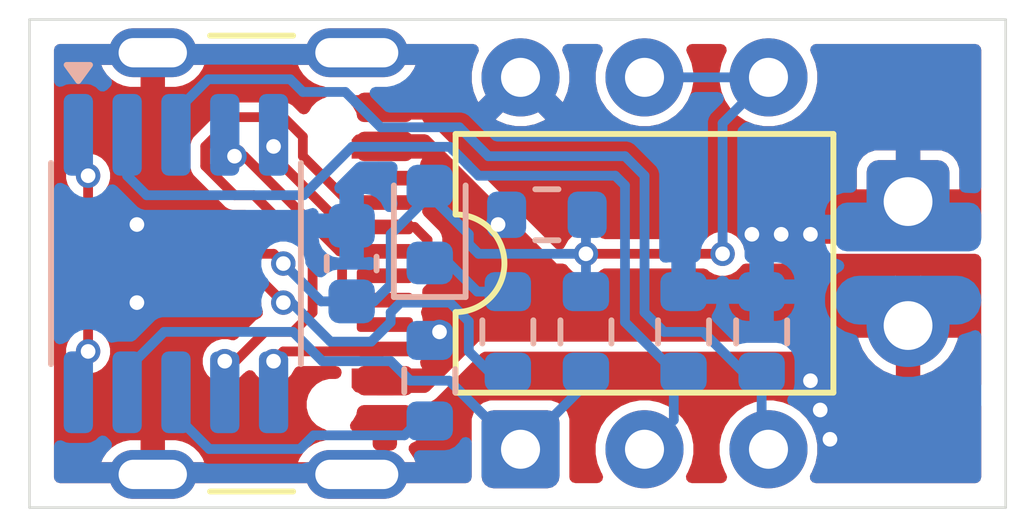
<source format=kicad_pcb>
(kicad_pcb (version 20241229) (generator "pcbnew") (generator_version "9.0")
  (layers (0 "F.Cu" signal) (2 "B.Cu" signal) (13 "F.Paste" user) (15 "B.Paste" user) (5 "F.SilkS" user "F.Silkscreen") (7 "B.SilkS" user "B.Silkscreen") (1 "F.Mask" user) (3 "B.Mask" user) (25 "Edge.Cuts" user))
  (net 0 "")
  (net 1 "GND")
  (net 2 "VDD")
  (net 3 "Net-(D1-K)")
  (net 4 "D+")
  (net 5 "CC1")
  (net 6 "VBUS")
  (net 7 "D-")
  (net 10 "CC2")
  (net 11 "PG")
  (net 12 "Net-(U1-VBUS)")
  (net 13 "CFG1")
  (net 14 "CFG2")
  (net 15 "CFG3")
  (footprint "Connector_USB:USB_C_Receptacle_GCT_USB4105-xx-A_16P_TopMnt_Horizontal" (layer "F.Cu") (at 93.4 100 -90)
    (property "Reference" "J1" (hide yes))
    (property "Value" "USB_C_Receptacle_USB2.0_16P" (hide yes))
    (fp_line (start -4.67 -0.1) (end -4.67 -1.8) (stroke (width 0.12)) (layer "F.SilkS"))
    (fp_line (start 4.67 -0.1) (end 4.67 -1.8) (stroke (width 0.12)) (layer "F.SilkS"))
    (pad "" np_thru_hole circle (at -2.89 -2.605 270) (size 0.65 0.65) (drill 0.65) (layers "*.Cu" "*.Mask"))
    (pad "" np_thru_hole circle (at 2.89 -2.605 270) (size 0.65 0.65) (drill 0.65) (layers "*.Cu" "*.Mask"))
    (pad "A1" smd roundrect (at -3.2 -3.68 270) (size 0.6 1.15) (layers "F.Cu" "F.Mask" "F.Paste") (net 1 "GND"))
    (pad "A4" smd roundrect (at -2.4 -3.68 270) (size 0.6 1.15) (layers "F.Cu" "F.Mask" "F.Paste") (net 6 "VBUS"))
    (pad "A5" smd roundrect (at -1.25 -3.68 270) (size 0.3 1.15) (layers "F.Cu" "F.Mask" "F.Paste") (net 5 "CC1"))
    (pad "A6" smd roundrect (at -0.25 -3.68 270) (size 0.3 1.15) (layers "F.Cu" "F.Mask" "F.Paste") (net 4 "D+"))
    (pad "A7" smd roundrect (at 0.25 -3.68 270) (size 0.3 1.15) (layers "F.Cu" "F.Mask" "F.Paste") (net 7 "D-"))
    (pad "A8" smd roundrect (at 1.25 -3.68 270) (size 0.3 1.15) (layers "F.Cu" "F.Mask" "F.Paste"))
    (pad "A9" smd roundrect (at 2.4 -3.68 270) (size 0.6 1.15) (layers "F.Cu" "F.Mask" "F.Paste") (net 6 "VBUS"))
    (pad "A12" smd roundrect (at 3.2 -3.68 270) (size 0.6 1.15) (layers "F.Cu" "F.Mask" "F.Paste") (net 1 "GND"))
    (pad "B1" smd roundrect (at 3.2 -3.68 270) (size 0.6 1.15) (layers "F.Cu" "F.Mask" "F.Paste") (net 1 "GND"))
    (pad "B4" smd roundrect (at 2.4 -3.68 270) (size 0.6 1.15) (layers "F.Cu" "F.Mask" "F.Paste") (net 6 "VBUS"))
    (pad "B5" smd roundrect (at 1.75 -3.68 270) (size 0.3 1.15) (layers "F.Cu" "F.Mask" "F.Paste") (net 10 "CC2"))
    (pad "B6" smd roundrect (at 0.75 -3.68 270) (size 0.3 1.15) (layers "F.Cu" "F.Mask" "F.Paste") (net 4 "D+"))
    (pad "B7" smd roundrect (at -0.75 -3.68 270) (size 0.3 1.15) (layers "F.Cu" "F.Mask" "F.Paste") (net 7 "D-"))
    (pad "B8" smd roundrect (at -1.75 -3.68 270) (size 0.3 1.15) (layers "F.Cu" "F.Mask" "F.Paste"))
    (pad "B9" smd roundrect (at -2.4 -3.68 270) (size 0.6 1.15) (layers "F.Cu" "F.Mask" "F.Paste") (net 6 "VBUS"))
    (pad "B12" smd roundrect (at -3.2 -3.68 270) (size 0.6 1.15) (layers "F.Cu" "F.Mask" "F.Paste") (net 1 "GND"))
    (pad "S1" thru_hole oval (at -4.32 -3.105 270) (size 1 2.1) (drill oval 0.6 1.7) (property pad_prop_heatsink) (layers "*.Cu" "*.Mask" "F.Paste") (net 1 "GND"))
    (pad "S1" thru_hole oval (at -4.32 1.075 270) (size 1 1.8) (drill oval 0.6 1.4) (property pad_prop_heatsink) (layers "*.Cu" "*.Mask" "F.Paste") (net 1 "GND"))
    (pad "S1" thru_hole oval (at 4.32 -3.105 270) (size 1 2.1) (drill oval 0.6 1.7) (property pad_prop_heatsink) (layers "*.Cu" "*.Mask" "F.Paste") (net 1 "GND"))
    (pad "S1" thru_hole oval (at 4.32 1.075 270) (size 1 1.8) (drill oval 0.6 1.4) (property pad_prop_heatsink) (layers "*.Cu" "*.Mask" "F.Paste") (net 1 "GND"))
  )
  (footprint "Package_DIP:DIP-6_W7.62mm" (layer "F.Cu") (at 99.86 103.805 90)
    (property "Reference" "SW1" (hide yes))
    (property "Value" "SW_DIP_x03" (hide yes))
    (fp_line (start 6.46 -1.33) (end 4.81 -1.33) (stroke (width 0.12)) (layer "F.SilkS"))
    (fp_line (start 2.81 -1.33) (end 1.16 -1.33) (stroke (width 0.12)) (layer "F.SilkS"))
    (fp_line (start 1.16 -1.33) (end 1.16 6.41) (stroke (width 0.12)) (layer "F.SilkS"))
    (fp_line (start 6.46 6.41) (end 6.46 -1.33) (stroke (width 0.12)) (layer "F.SilkS"))
    (fp_line (start 1.16 6.41) (end 6.46 6.41) (stroke (width 0.12)) (layer "F.SilkS"))
    (fp_arc (start 4.81 -1.33) (mid 3.81 -0.33) (end 2.81 -1.33) (stroke (width 0.12)) (layer "F.SilkS"))
    (pad "1" thru_hole roundrect (at 0 0 90) (size 1.6 1.6) (drill 0.8) (layers "*.Cu" "*.Mask") (roundrect_rratio 0.15625) (net 13 "CFG1"))
    (pad "2" thru_hole circle (at 0 2.54 90) (size 1.6 1.6) (drill 0.8) (layers "*.Cu" "*.Mask") (net 14 "CFG2"))
    (pad "3" thru_hole circle (at 0 5.08 90) (size 1.6 1.6) (drill 0.8) (layers "*.Cu" "*.Mask") (net 15 "CFG3"))
    (pad "4" thru_hole circle (at 7.62 5.08 90) (size 1.6 1.6) (drill 0.8) (layers "*.Cu" "*.Mask") (net 2 "VDD"))
    (pad "5" thru_hole circle (at 7.62 2.54 90) (size 1.6 1.6) (drill 0.8) (layers "*.Cu" "*.Mask") (net 2 "VDD"))
    (pad "6" thru_hole circle (at 7.62 0 90) (size 1.6 1.6) (drill 0.8) (layers "*.Cu" "*.Mask") (net 1 "GND"))
  )
  (footprint "Resistor_SMD:R_0603_1608Metric" (layer "B.Cu") (at 99.6 101.4 -90)
    (property "Reference" "R2" (hide yes))
    (property "Value" "10k" (hide yes))
    (fp_line (start -0.237258 0.5225) (end 0.237258 0.5225) (stroke (width 0.12)) (layer "B.SilkS"))
    (fp_line (start -0.237258 -0.5225) (end 0.237258 -0.5225) (stroke (width 0.12)) (layer "B.SilkS"))
    (pad "1" smd roundrect (at -0.825 0 270) (size 0.8 0.95) (layers "B.Cu" "B.Mask" "B.Paste") (net 3 "Net-(D1-K)"))
    (pad "2" smd roundrect (at 0.825 0 270) (size 0.8 0.95) (layers "B.Cu" "B.Mask" "B.Paste") (net 11 "PG"))
  )
  (footprint "Library:SolderPad_2P" (layer "B.Cu") (at 107.8 100 180)
    (property "Reference" "J2" (hide yes))
    (property "Value" "Conn_01x02_Pin" (hide yes))
    (pad "1" smd roundrect (at 0 0.75 180) (size 3 1) (layers "B.Cu" "B.Mask" "B.Paste") (net 1 "GND"))
    (pad "1" thru_hole roundrect (at 0 1.27 180) (size 1.7 1.7) (drill 1) (layers "*.Cu" "*.Mask") (roundrect_rratio 0.1470588235) (net 1 "GND"))
    (pad "2" thru_hole circle (at 0 -1.27 180) (size 1.7 1.7) (drill 1) (layers "*.Cu" "*.Mask") (net 6 "VBUS"))
    (pad "2" smd roundrect (at 0 -0.75 180) (size 3 1) (layers "B.Cu" "B.Mask" "B.Paste") (roundrect_rratio 0.5) (net 6 "VBUS"))
  )
  (footprint "Resistor_SMD:R_0603_1608Metric" (layer "B.Cu") (at 98 102.4 -90)
    (property "Reference" "R1" (hide yes))
    (property "Value" "10k" (hide yes))
    (fp_line (start -0.237258 0.5225) (end 0.237258 0.5225) (stroke (width 0.12)) (layer "B.SilkS"))
    (fp_line (start -0.237258 -0.5225) (end 0.237258 -0.5225) (stroke (width 0.12)) (layer "B.SilkS"))
    (pad "1" smd roundrect (at -0.825 0 270) (size 0.8 0.95) (layers "B.Cu" "B.Mask" "B.Paste") (net 6 "VBUS"))
    (pad "2" smd roundrect (at 0.825 0 270) (size 0.8 0.95) (layers "B.Cu" "B.Mask" "B.Paste") (net 12 "Net-(U1-VBUS)"))
  )
  (footprint "Capacitor_SMD:C_0603_1608Metric" (layer "B.Cu") (at 96.4 100 90)
    (property "Reference" "C1" (hide yes))
    (property "Value" "1u" (hide yes))
    (fp_line (start -0.140581 -0.51) (end 0.140581 -0.51) (stroke (width 0.12)) (layer "B.SilkS"))
    (fp_line (start -0.140581 0.51) (end 0.140581 0.51) (stroke (width 0.12)) (layer "B.SilkS"))
    (pad "1" smd roundrect (at -0.775 0 90) (size 0.9 0.95) (layers "B.Cu" "B.Mask" "B.Paste") (net 2 "VDD"))
    (pad "2" smd roundrect (at 0.775 0 90) (size 0.9 0.95) (layers "B.Cu" "B.Mask" "B.Paste") (net 1 "GND"))
  )
  (footprint "Resistor_SMD:R_0603_1608Metric" (layer "B.Cu") (at 104.8 101.4 90)
    (property "Reference" "R5" (hide yes))
    (property "Value" "10k" (hide yes))
    (fp_line (start -0.237258 -0.5225) (end 0.237258 -0.5225) (stroke (width 0.12)) (layer "B.SilkS"))
    (fp_line (start -0.237258 0.5225) (end 0.237258 0.5225) (stroke (width 0.12)) (layer "B.SilkS"))
    (pad "1" smd roundrect (at -0.825 0 90) (size 0.8 0.95) (layers "B.Cu" "B.Mask" "B.Paste") (net 15 "CFG3"))
    (pad "2" smd roundrect (at 0.825 0 90) (size 0.8 0.95) (layers "B.Cu" "B.Mask" "B.Paste") (net 1 "GND"))
  )
  (footprint "Resistor_SMD:R_0603_1608Metric" (layer "B.Cu") (at 103.2 101.4 90)
    (property "Reference" "R4" (hide yes))
    (property "Value" "10k" (hide yes))
    (fp_line (start -0.237258 -0.5225) (end 0.237258 -0.5225) (stroke (width 0.12)) (layer "B.SilkS"))
    (fp_line (start -0.237258 0.5225) (end 0.237258 0.5225) (stroke (width 0.12)) (layer "B.SilkS"))
    (pad "1" smd roundrect (at -0.825 0 90) (size 0.8 0.95) (layers "B.Cu" "B.Mask" "B.Paste") (net 14 "CFG2"))
    (pad "2" smd roundrect (at 0.825 0 90) (size 0.8 0.95) (layers "B.Cu" "B.Mask" "B.Paste") (net 1 "GND"))
  )
  (footprint "Package_SO:SSOP-10-1EP_3.9x4.9mm_P1mm_EP2.1x3.3mm" (layer "B.Cu") (at 92.8 100 -90)
    (property "Reference" "U1" (hide yes))
    (property "Value" "CH224K" (hide yes))
    (fp_line (start -2.06 2.56) (end 2.06 2.56) (stroke (width 0.12)) (layer "B.SilkS"))
    (fp_line (start 2.06 -2.56) (end -2.06 -2.56) (stroke (width 0.12)) (layer "B.SilkS"))
    (fp_poly (pts (xy -3.74 2) (xy -4.07 1.76) (xy -4.07 2.24)) (stroke (width 0.12)) (fill yes) (layer "B.SilkS"))
    (pad "1" smd roundrect (at -2.6375 2 270) (size 1.675 0.6) (layers "B.Cu" "B.Mask" "B.Paste") (net 2 "VDD"))
    (pad "2" smd roundrect (at -2.6375 1 270) (size 1.675 0.6) (layers "B.Cu" "B.Mask" "B.Paste") (net 14 "CFG2"))
    (pad "3" smd roundrect (at -2.6375 0 270) (size 1.675 0.6) (layers "B.Cu" "B.Mask" "B.Paste") (net 15 "CFG3"))
    (pad "4" smd roundrect (at -2.6375 -1 270) (size 1.675 0.6) (layers "B.Cu" "B.Mask" "B.Paste") (net 4 "D+"))
    (pad "5" smd roundrect (at -2.6375 -2 270) (size 1.675 0.6) (layers "B.Cu" "B.Mask" "B.Paste") (net 7 "D-"))
    (pad "6" smd roundrect (at 2.6375 -2 270) (size 1.675 0.6) (layers "B.Cu" "B.Mask" "B.Paste") (net 10 "CC2"))
    (pad "7" smd roundrect (at 2.6375 -1 270) (size 1.675 0.6) (layers "B.Cu" "B.Mask" "B.Paste") (net 5 "CC1"))
    (pad "8" smd roundrect (at 2.6375 0 270) (size 1.675 0.6) (layers "B.Cu" "B.Mask" "B.Paste") (net 12 "Net-(U1-VBUS)"))
    (pad "9" smd roundrect (at 2.6375 1 270) (size 1.675 0.6) (layers "B.Cu" "B.Mask" "B.Paste") (net 13 "CFG1"))
    (pad "10" smd roundrect (at 2.6375 2 270) (size 1.675 0.6) (layers "B.Cu" "B.Mask" "B.Paste") (net 11 "PG"))
    (pad "11" smd rect (at 0 0 270) (size 2.1 3.3) (property pad_prop_heatsink) (layers "B.Cu" "B.Mask") (net 1 "GND"))
  )
  (footprint "Resistor_SMD:R_0603_1608Metric" (layer "B.Cu") (at 100.4 99)
    (property "Reference" "R6" (hide yes))
    (property "Value" "1k" (hide yes))
    (fp_line (start -0.237258 -0.5225) (end 0.237258 -0.5225) (stroke (width 0.12)) (layer "B.SilkS"))
    (fp_line (start -0.237258 0.5225) (end 0.237258 0.5225) (stroke (width 0.12)) (layer "B.SilkS"))
    (pad "1" smd roundrect (at -0.825 0) (size 0.8 0.95) (layers "B.Cu" "B.Mask" "B.Paste") (net 6 "VBUS"))
    (pad "2" smd roundrect (at 0.825 0) (size 0.8 0.95) (layers "B.Cu" "B.Mask" "B.Paste") (net 2 "VDD"))
  )
  (footprint "LED_SMD:LED_0603_1608Metric" (layer "B.Cu") (at 98 99.2 90)
    (property "Reference" "D1" (hide yes))
    (property "Value" "PG" (hide yes))
    (fp_line (start -1.485 -0.735) (end 0.8 -0.735) (stroke (width 0.12)) (layer "B.SilkS"))
    (fp_line (start 0.8 0.735) (end -1.485 0.735) (stroke (width 0.12)) (layer "B.SilkS"))
    (fp_line (start -1.485 0.735) (end -1.485 -0.735) (stroke (width 0.12)) (layer "B.SilkS"))
    (pad "1" smd roundrect (at -0.7875 0 90) (size 0.875 0.95) (layers "B.Cu" "B.Mask" "B.Paste") (net 3 "Net-(D1-K)"))
    (pad "2" smd roundrect (at 0.7875 0 90) (size 0.875 0.95) (layers "B.Cu" "B.Mask" "B.Paste") (net 2 "VDD"))
  )
  (footprint "Resistor_SMD:R_0603_1608Metric" (layer "B.Cu") (at 101.2 101.4 90)
    (property "Reference" "R3" (hide yes))
    (property "Value" "10k" (hide yes))
    (fp_line (start -0.237258 -0.5225) (end 0.237258 -0.5225) (stroke (width 0.12)) (layer "B.SilkS"))
    (fp_line (start -0.237258 0.5225) (end 0.237258 0.5225) (stroke (width 0.12)) (layer "B.SilkS"))
    (pad "1" smd roundrect (at -0.825 0 90) (size 0.8 0.95) (layers "B.Cu" "B.Mask" "B.Paste") (net 13 "CFG1"))
    (pad "2" smd roundrect (at 0.825 0 90) (size 0.8 0.95) (layers "B.Cu" "B.Mask" "B.Paste") (net 2 "VDD"))
  )
  (gr_line (start 109.8 95) (end 109.8 105) (stroke (width 0.05)) (layer "Edge.Cuts"))
  (gr_line (start 109.8 105) (end 89.8 105) (stroke (width 0.05)) (layer "Edge.Cuts"))
  (gr_line (start 89.8 95) (end 109.8 95) (stroke (width 0.05)) (layer "Edge.Cuts"))
  (gr_line (start 89.8 105) (end 89.8 95) (stroke (width 0.05)) (layer "Edge.Cuts"))
  (via (at 106 103) (size 0.5) (drill 0.3) (layers "F.Cu" "B.Cu") (net 1))
  (via (at 104.599997 99.4) (size 0.5) (drill 0.3) (layers "F.Cu" "B.Cu") (net 1))
  (via (at 92 99.2) (size 0.5) (drill 0.3) (layers "F.Cu" "B.Cu") (net 1))
  (via (at 105.800003 99.4) (size 0.5) (drill 0.3) (layers "F.Cu" "B.Cu") (net 1))
  (via (at 92 100.8) (size 0.5) (drill 0.3) (layers "F.Cu" "B.Cu") (net 1))
  (via (at 105.8 102.4) (size 0.5) (drill 0.3) (layers "F.Cu" "B.Cu") (net 1))
  (via (at 106.2 103.6) (size 0.5) (drill 0.3) (layers "F.Cu" "B.Cu") (net 1))
  (via (at 105.2 99.4) (size 0.5) (drill 0.3) (layers "F.Cu" "B.Cu") (net 1))
  (segment (start 91 98.2) (end 91 99) (width 0.2) (layer "F.Cu") (net 2))
  (segment (start 91.8 99.8) (end 94.8 99.8) (width 0.2) (layer "F.Cu") (net 2))
  (segment (start 94.8 99.8) (end 95 100) (width 0.2) (layer "F.Cu") (net 2))
  (segment (start 104 99.8) (end 101.2 99.8) (width 0.2) (layer "F.Cu") (net 2))
  (segment (start 91 99) (end 91.8 99.8) (width 0.2) (layer "F.Cu") (net 2))
  (via (at 91 98.2) (size 0.5) (drill 0.3) (layers "F.Cu" "B.Cu") (net 2))
  (via (at 104 99.8) (size 0.5) (drill 0.3) (layers "F.Cu" "B.Cu") (net 2))
  (via (at 95 100) (size 0.5) (drill 0.3) (layers "F.Cu" "B.Cu") (net 2))
  (via (at 101.2 99.8) (size 0.5) (drill 0.3) (layers "F.Cu" "B.Cu") (net 2))
  (segment (start 96.4 100.775) (end 96.8579 100.775) (width 0.2) (layer "B.Cu") (net 2))
  (segment (start 101.2 99.8) (end 101.2 99.025) (width 0.2) (layer "B.Cu") (net 2))
  (segment (start 95 100) (end 95.775 100.775) (width 0.2) (layer "B.Cu") (net 2))
  (segment (start 97.2 99.4) (end 98 98.6) (width 0.2) (layer "B.Cu") (net 2))
  (segment (start 104 99.8) (end 104 97.125) (width 0.2) (layer "B.Cu") (net 2))
  (segment (start 101.2 100.575) (end 101.2 99.8) (width 0.2) (layer "B.Cu") (net 2))
  (segment (start 95.775 100.775) (end 96.4 100.775) (width 0.2) (layer "B.Cu") (net 2))
  (segment (start 99 99.8) (end 98.8 99.6) (width 0.2) (layer "B.Cu") (net 2))
  (segment (start 98 98.6) (end 98 98.4125) (width 0.2) (layer "B.Cu") (net 2))
  (segment (start 96.8579 100.775) (end 97.2 100.4329) (width 0.2) (layer "B.Cu") (net 2))
  (segment (start 98.8 99.4) (end 98 98.6) (width 0.2) (layer "B.Cu") (net 2))
  (segment (start 104 97.125) (end 104.94 96.185) (width 0.2) (layer "B.Cu") (net 2))
  (segment (start 97.2 100.4329) (end 97.2 99.4) (width 0.2) (layer "B.Cu") (net 2))
  (segment (start 98.8 99.6) (end 98.8 99.4) (width 0.2) (layer "B.Cu") (net 2))
  (segment (start 102.4 96.185) (end 104.94 96.185) (width 0.2) (layer "B.Cu") (net 2))
  (segment (start 101.2 99.8) (end 99 99.8) (width 0.2) (layer "B.Cu") (net 2))
  (segment (start 101.2 99.025) (end 101.225 99) (width 0.2) (layer "B.Cu") (net 2))
  (segment (start 98.3875 99.9875) (end 98.975 100.575) (width 0.2) (layer "B.Cu") (net 3))
  (segment (start 98 99.9875) (end 98.3875 99.9875) (width 0.2) (layer "B.Cu") (net 3))
  (segment (start 98.975 100.575) (end 99.6 100.575) (width 0.2) (layer "B.Cu") (net 3))
  (segment (start 97.08 99.75) (end 96.471176 99.75) (width 0.2) (layer "F.Cu") (net 4))
  (segment (start 96.15 99.75) (end 94.2 97.8) (width 0.2) (layer "F.Cu") (net 4))
  (segment (start 96.471176 99.75) (end 96.15 99.75) (width 0.2) (layer "F.Cu") (net 4))
  (segment (start 96.204 100.017176) (end 96.204 100.482824) (width 0.2) (layer "F.Cu") (net 4))
  (segment (start 96.471176 100.75) (end 97.08 100.75) (width 0.2) (layer "F.Cu") (net 4))
  (segment (start 96.471176 99.75) (end 96.204 100.017176) (width 0.2) (layer "F.Cu") (net 4))
  (segment (start 96.204 100.482824) (end 96.471176 100.75) (width 0.2) (layer "F.Cu") (net 4))
  (segment (start 94.2 97.8) (end 94 97.8) (width 0.2) (layer "F.Cu") (net 4))
  (via (at 94 97.8) (size 0.5) (drill 0.3) (layers "F.Cu" "B.Cu") (net 4))
  (segment (start 93.8 97.6) (end 93.8 97.3625) (width 0.2) (layer "B.Cu") (net 4))
  (segment (start 94 97.8) (end 93.8 97.6) (width 0.2) (layer "B.Cu") (net 4))
  (segment (start 95 97) (end 95.4 97.4) (width 0.2) (layer "F.Cu") (net 5))
  (segment (start 93.4 98) (end 93.4 97.6) (width 0.2) (layer "F.Cu") (net 5))
  (segment (start 95.6 99.8) (end 94.4 98.6) (width 0.2) (layer "F.Cu") (net 5))
  (segment (start 93.4 97.6) (end 94 97) (width 0.2) (layer "F.Cu") (net 5))
  (segment (start 95.4 97.4) (end 95.4 97.8) (width 0.2) (layer "F.Cu") (net 5))
  (segment (start 94.020768 102) (end 94.620768 101.4) (width 0.2) (layer "F.Cu") (net 5))
  (segment (start 94 97) (end 95 97) (width 0.2) (layer "F.Cu") (net 5))
  (segment (start 94.620768 101.4) (end 95.2 101.4) (width 0.2) (layer "F.Cu") (net 5))
  (segment (start 93.8 102) (end 94.020768 102) (width 0.2) (layer "F.Cu") (net 5))
  (segment (start 94.4 98.6) (end 94 98.6) (width 0.2) (layer "F.Cu") (net 5))
  (segment (start 96.35 98.75) (end 97.08 98.75) (width 0.2) (layer "F.Cu") (net 5))
  (segment (start 95.4 97.8) (end 96.35 98.75) (width 0.2) (layer "F.Cu") (net 5))
  (segment (start 95.6 101) (end 95.6 99.8) (width 0.2) (layer "F.Cu") (net 5))
  (segment (start 95.2 101.4) (end 95.6 101) (width 0.2) (layer "F.Cu") (net 5))
  (segment (start 94 98.6) (end 93.4 98) (width 0.2) (layer "F.Cu") (net 5))
  (via (at 93.8 102) (size 0.5) (drill 0.3) (layers "F.Cu" "B.Cu") (net 5))
  (via (at 99.4 99.2) (size 0.5) (drill 0.3) (layers "F.Cu" "B.Cu") (net 6))
  (via (at 98.2 101.4) (size 0.5) (drill 0.3) (layers "F.Cu" "B.Cu") (net 6))
  (segment (start 97.688824 100.25) (end 97.08 100.25) (width 0.2) (layer "F.Cu") (net 7))
  (segment (start 96.25 99.25) (end 97.08 99.25) (width 0.2) (layer "F.Cu") (net 7))
  (segment (start 97.956 99.982824) (end 97.688824 100.25) (width 0.2) (layer "F.Cu") (net 7))
  (segment (start 94.8 97.6) (end 94.8 97.8) (width 0.2) (layer "F.Cu") (net 7))
  (segment (start 97.08 99.25) (end 97.688824 99.25) (width 0.2) (layer "F.Cu") (net 7))
  (segment (start 94.8 97.8) (end 96.25 99.25) (width 0.2) (layer "F.Cu") (net 7))
  (segment (start 97.956 99.517176) (end 97.956 99.982824) (width 0.2) (layer "F.Cu") (net 7))
  (segment (start 97.688824 99.25) (end 97.956 99.517176) (width 0.2) (layer "F.Cu") (net 7))
  (via (at 94.8 97.6) (size 0.5) (drill 0.3) (layers "F.Cu" "B.Cu") (net 7))
  (segment (start 94.8 97.6) (end 94.8 97.3625) (width 0.2) (layer "B.Cu") (net 7))
  (segment (start 94.999 101.801) (end 95.3661 101.801) (width 0.2) (layer "F.Cu") (net 10))
  (segment (start 94.8 102) (end 94.999 101.801) (width 0.2) (layer "F.Cu") (net 10))
  (segment (start 97.031 101.799) (end 97.08 101.75) (width 0.2) (layer "F.Cu") (net 10))
  (segment (start 95.3681 101.799) (end 97.031 101.799) (width 0.2) (layer "F.Cu") (net 10))
  (segment (start 95.3661 101.801) (end 95.3681 101.799) (width 0.2) (layer "F.Cu") (net 10))
  (via (at 94.8 102) (size 0.5) (drill 0.3) (layers "F.Cu" "B.Cu") (net 10))
  (segment (start 91 101) (end 91 101.8) (width 0.2) (layer "F.Cu") (net 11))
  (segment (start 94.4 100.2) (end 91.8 100.2) (width 0.2) (layer "F.Cu") (net 11))
  (segment (start 95 100.8) (end 94.4 100.2) (width 0.2) (layer "F.Cu") (net 11))
  (segment (start 91.8 100.2) (end 91 101) (width 0.2) (layer "F.Cu") (net 11))
  (via (at 95 100.8) (size 0.5) (drill 0.3) (layers "F.Cu" "B.Cu") (net 11))
  (via (at 91 101.8) (size 0.5) (drill 0.3) (layers "F.Cu" "B.Cu") (net 11))
  (segment (start 95.9671 101.6) (end 96.8 101.6) (width 0.2) (layer "B.Cu") (net 11))
  (segment (start 97.2 101.2) (end 97.2 101) (width 0.2) (layer "B.Cu") (net 11))
  (segment (start 98.8 101.8) (end 99.225 102.225) (width 0.2) (layer "B.Cu") (net 11))
  (segment (start 98.414064 100.8) (end 98.8 101.185936) (width 0.2) (layer "B.Cu") (net 11))
  (segment (start 99.225 102.225) (end 99.6 102.225) (width 0.2) (layer "B.Cu") (net 11))
  (segment (start 98.8 101.185936) (end 98.8 101.8) (width 0.2) (layer "B.Cu") (net 11))
  (segment (start 97.4 100.8) (end 98.414064 100.8) (width 0.2) (layer "B.Cu") (net 11))
  (segment (start 95.1671 100.8) (end 95.9671 101.6) (width 0.2) (layer "B.Cu") (net 11))
  (segment (start 96.8 101.6) (end 97.2 101.2) (width 0.2) (layer "B.Cu") (net 11))
  (segment (start 95 100.8) (end 95.1671 100.8) (width 0.2) (layer "B.Cu") (net 11))
  (segment (start 97.2 101) (end 97.4 100.8) (width 0.2) (layer "B.Cu") (net 11))
  (segment (start 93.483032 103.8) (end 95.342215 103.8) (width 0.2) (layer "B.Cu") (net 12))
  (segment (start 98.175 103.2) (end 98.2 103.225) (width 0.2) (layer "B.Cu") (net 12))
  (segment (start 97.481 103.519) (end 97.8 103.2) (width 0.2) (layer "B.Cu") (net 12))
  (segment (start 97.8 103.2) (end 98.175 103.2) (width 0.2) (layer "B.Cu") (net 12))
  (segment (start 92.8 103.116968) (end 93.483032 103.8) (width 0.2) (layer "B.Cu") (net 12))
  (segment (start 95.342215 103.8) (end 95.623215 103.519) (width 0.2) (layer "B.Cu") (net 12))
  (segment (start 95.623215 103.519) (end 97.481 103.519) (width 0.2) (layer "B.Cu") (net 12))
  (segment (start 92.8 102.6375) (end 92.8 103.116968) (width 0.2) (layer "B.Cu") (net 12))
  (segment (start 95.2 101.4) (end 92.558032 101.4) (width 0.2) (layer "B.Cu") (net 13))
  (segment (start 99.805 103.805) (end 98.4 102.4) (width 0.2) (layer "B.Cu") (net 13))
  (segment (start 99.86 103.805) (end 101.2 102.465) (width 0.2) (layer "B.Cu") (net 13))
  (segment (start 98.4 102.4) (end 97.6 102.4) (width 0.2) (layer "B.Cu") (net 13))
  (segment (start 97.2 102) (end 95.8 102) (width 0.2) (layer "B.Cu") (net 13))
  (segment (start 95.8 102) (end 95.2 101.4) (width 0.2) (layer "B.Cu") (net 13))
  (segment (start 99.86 103.805) (end 99.805 103.805) (width 0.2) (layer "B.Cu") (net 13))
  (segment (start 97.6 102.4) (end 97.2 102) (width 0.2) (layer "B.Cu") (net 13))
  (segment (start 92.558032 101.4) (end 91.8 102.158032) (width 0.2) (layer "B.Cu") (net 13))
  (segment (start 101.2 102.465) (end 101.2 102.225) (width 0.2) (layer "B.Cu") (net 13))
  (segment (start 91.8 102.158032) (end 91.8 102.6375) (width 0.2) (layer "B.Cu") (net 13))
  (segment (start 98.4776 97.674) (end 98.474 97.674) (width 0.2) (layer "B.Cu") (net 14))
  (segment (start 96.408032 97.608032) (end 95.416064 98.6) (width 0.2) (layer "B.Cu") (net 14))
  (segment (start 101.8 98.2) (end 99 98.2) (width 0.2) (layer "B.Cu") (net 14))
  (segment (start 92.200001 98.6) (end 91.8 98.199999) (width 0.2) (layer "B.Cu") (net 14))
  (segment (start 102.4 103.805) (end 103 103.205) (width 0.2) (layer "B.Cu") (net 14))
  (segment (start 102 98.4) (end 101.8 98.2) (width 0.2) (layer "B.Cu") (net 14))
  (segment (start 102 101.2) (end 102 98.4) (width 0.2) (layer "B.Cu") (net 14))
  (segment (start 98.474 97.674) (end 98.408032 97.608032) (width 0.2) (layer "B.Cu") (net 14))
  (segment (start 103 103.205) (end 103 102.2) (width 0.2) (layer "B.Cu") (net 14))
  (segment (start 91.8 98.199999) (end 91.8 97.3625) (width 0.2) (layer "B.Cu") (net 14))
  (segment (start 99 98.2) (end 98.776 97.976) (width 0.2) (layer "B.Cu") (net 14))
  (segment (start 95.416064 98.6) (end 92.200001 98.6) (width 0.2) (layer "B.Cu") (net 14))
  (segment (start 98.776 97.9724) (end 98.4776 97.674) (width 0.2) (layer "B.Cu") (net 14))
  (segment (start 98.776 97.976) (end 98.776 97.9724) (width 0.2) (layer "B.Cu") (net 14))
  (segment (start 98.408032 97.608032) (end 96.408032 97.608032) (width 0.2) (layer "B.Cu") (net 14))
  (segment (start 102 101.2) (end 103 102.2) (width 0.2) (layer "B.Cu") (net 14))
  (segment (start 102 97.8) (end 102.401 98.201) (width 0.2) (layer "B.Cu") (net 15))
  (segment (start 92.8 97.3625) (end 92.8 96.883032) (width 0.2) (layer "B.Cu") (net 15))
  (segment (start 96.269936 96.484) (end 96.992968 97.207032) (width 0.2) (layer "B.Cu") (net 15))
  (segment (start 95.140968 96.224) (end 95.400968 96.484) (width 0.2) (layer "B.Cu") (net 15))
  (segment (start 96.992968 97.207032) (end 98.607032 97.207032) (width 0.2) (layer "B.Cu") (net 15))
  (segment (start 98.607032 97.207032) (end 99.2 97.8) (width 0.2) (layer "B.Cu") (net 15))
  (segment (start 102.8 101.4) (end 103.6 101.4) (width 0.2) (layer "B.Cu") (net 15))
  (segment (start 95.400968 96.484) (end 96.269936 96.484) (width 0.2) (layer "B.Cu") (net 15))
  (segment (start 104.8 103.665) (end 104.94 103.805) (width 0.2) (layer "B.Cu") (net 15))
  (segment (start 99.2 97.8) (end 102 97.8) (width 0.2) (layer "B.Cu") (net 15))
  (segment (start 102.401 101.001) (end 102.8 101.4) (width 0.2) (layer "B.Cu") (net 15))
  (segment (start 93.459032 96.224) (end 95.140968 96.224) (width 0.2) (layer "B.Cu") (net 15))
  (segment (start 92.8 96.883032) (end 93.459032 96.224) (width 0.2) (layer "B.Cu") (net 15))
  (segment (start 103.6 101.4) (end 104.8 102.6) (width 0.2) (layer "B.Cu") (net 15))
  (segment (start 104.8 102.6) (end 104.8 103.665) (width 0.2) (layer "B.Cu") (net 15))
  (segment (start 102.401 98.201) (end 102.401 101.001) (width 0.2) (layer "B.Cu") (net 15))
  (zone (net 6) (net_name "VBUS") (layer "F.Cu") (priority 1) (connect_pads (clearance 0.2)) (min_thickness 0.25) (fill yes (thermal_gap 0.2) (thermal_bridge_width 0.5))
    (polygon (pts (xy 96.4 97.2) (xy 97.8 97.2) (xy 100.6 100) (xy 105.8 100) (xy 106 99.8) (xy 110 99.8) (xy 110 102.6) (xy 106.792008 102.6) (xy 105.793671 101.6) (xy 99 101.6) (xy 97.8 102.8) (xy 96.4 102.8)))
  )
  (zone (net 1) (net_name "GND") (layers "F.Cu" "B.Cu") (connect_pads (clearance 0.2)) (min_thickness 0.25) (fill yes (thermal_gap 0.2) (thermal_bridge_width 0.5))
    (polygon (pts (xy 89.4 94.6) (xy 89.4 105.4) (xy 110.2 105.4) (xy 110.2 94.6)))
  )
)
</source>
